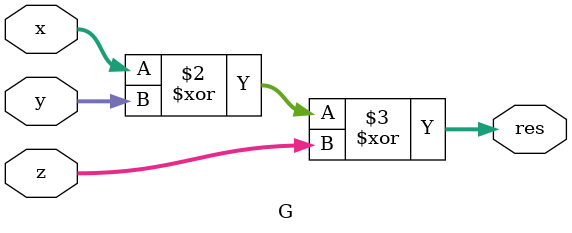
<source format=v>
module G (
    input [31:0]x,
    input [31:0]y,
    input [31:0]z,
    output reg [31:0]res
);
always@(*) 
    begin
        res = x ^ y ^ z;
    end
endmodule
</source>
